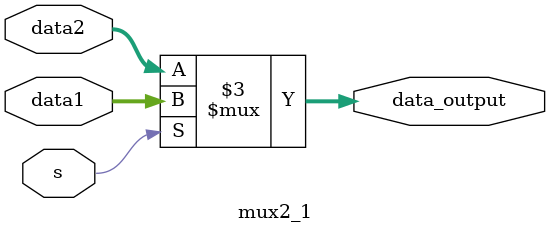
<source format=v>
`timescale 1ns / 1ps


module mux2_1(
    input wire [31:0] data1,
    input wire [31:0] data2,
    input wire s,
    output reg [31:0] data_output
    );
    
    always @(*)begin 
        if(s)
            data_output <= data1;
        else
            data_output <= data2;
    end
endmodule

</source>
